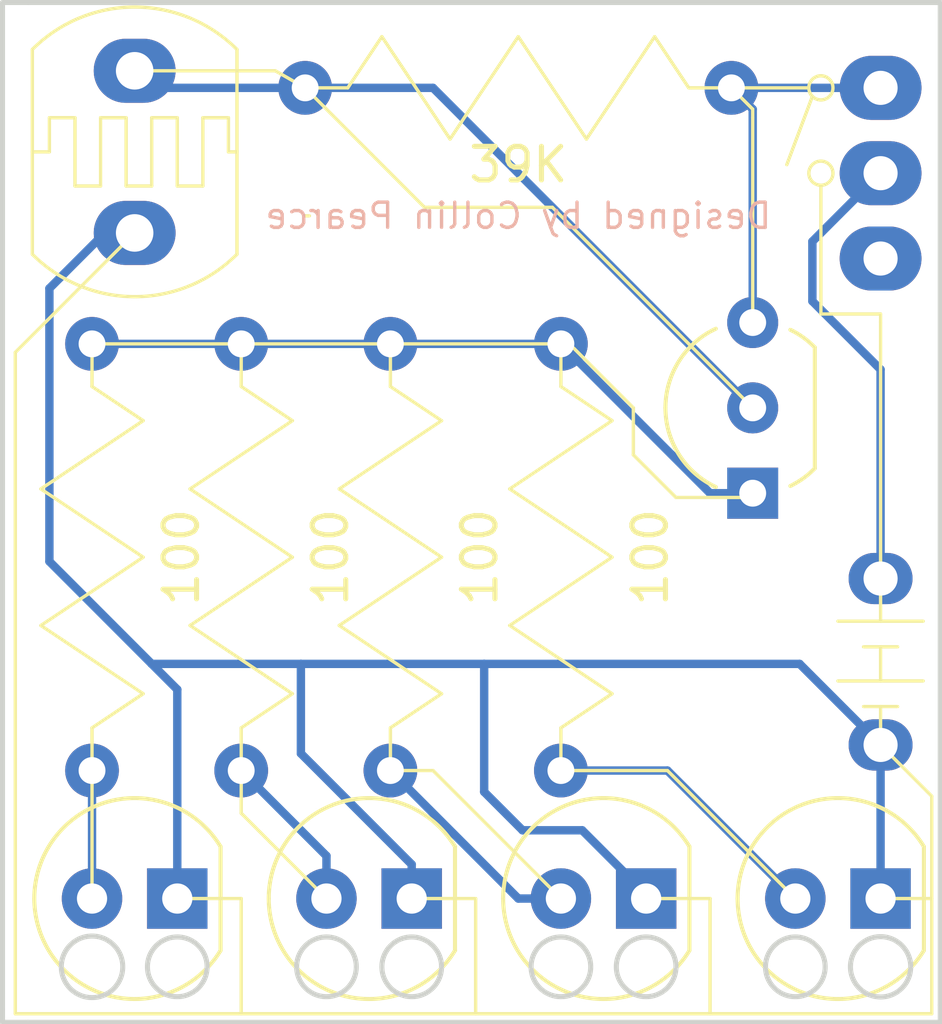
<source format=kicad_pcb>
(kicad_pcb (version 4) (host pcbnew 4.0.7)

  (general
    (links 18)
    (no_connects 0)
    (area 126.162999 107.874999 154.253001 138.378001)
    (thickness 1.6)
    (drawings 57)
    (tracks 43)
    (zones 0)
    (modules 13)
    (nets 10)
  )

  (page A4)
  (layers
    (0 F.Cu signal hide)
    (31 B.Cu signal)
    (32 B.Adhes user hide)
    (33 F.Adhes user hide)
    (34 B.Paste user hide)
    (35 F.Paste user hide)
    (36 B.SilkS user)
    (37 F.SilkS user hide)
    (38 B.Mask user hide)
    (39 F.Mask user hide)
    (40 Dwgs.User user hide)
    (41 Cmts.User user hide)
    (42 Eco1.User user hide)
    (43 Eco2.User user hide)
    (44 Edge.Cuts user)
    (45 Margin user hide)
    (46 B.CrtYd user hide)
    (47 F.CrtYd user hide)
    (48 B.Fab user hide)
    (49 F.Fab user hide)
  )

  (setup
    (last_trace_width 0.25)
    (user_trace_width 0.2)
    (trace_clearance 0.2)
    (zone_clearance 0.508)
    (zone_45_only no)
    (trace_min 0.2)
    (segment_width 0.1)
    (edge_width 0.15)
    (via_size 0.6)
    (via_drill 0.4)
    (via_min_size 0.4)
    (via_min_drill 0.3)
    (uvia_size 0.3)
    (uvia_drill 0.1)
    (uvias_allowed no)
    (uvia_min_size 0.2)
    (uvia_min_drill 0.1)
    (pcb_text_width 0.3)
    (pcb_text_size 1.5 1.5)
    (mod_edge_width 0.15)
    (mod_text_size 1 1)
    (mod_text_width 0.15)
    (pad_size 1.524 1.524)
    (pad_drill 0.762)
    (pad_to_mask_clearance 0.2)
    (aux_axis_origin 0 0)
    (visible_elements 7FFFFFFF)
    (pcbplotparams
      (layerselection 0x010f0_80000001)
      (usegerberextensions false)
      (excludeedgelayer true)
      (linewidth 0.100000)
      (plotframeref false)
      (viasonmask false)
      (mode 1)
      (useauxorigin false)
      (hpglpennumber 1)
      (hpglpenspeed 20)
      (hpglpendiameter 15)
      (hpglpenoverlay 2)
      (psnegative false)
      (psa4output false)
      (plotreference true)
      (plotvalue true)
      (plotinvisibletext false)
      (padsonsilk false)
      (subtractmaskfromsilk false)
      (outputformat 1)
      (mirror false)
      (drillshape 0)
      (scaleselection 1)
      (outputdirectory ""))
  )

  (net 0 "")
  (net 1 VCC)
  (net 2 GND)
  (net 3 "Net-(D1-Pad2)")
  (net 4 "Net-(D2-Pad2)")
  (net 5 "Net-(D3-Pad2)")
  (net 6 "Net-(Q1-Pad2)")
  (net 7 "Net-(Q1-Pad3)")
  (net 8 "Net-(Q1-Pad1)")
  (net 9 "Net-(D4-Pad2)")

  (net_class Default "This is the default net class."
    (clearance 0.2)
    (trace_width 0.25)
    (via_dia 0.6)
    (via_drill 0.4)
    (uvia_dia 0.3)
    (uvia_drill 0.1)
    (add_net GND)
    (add_net "Net-(D1-Pad2)")
    (add_net "Net-(D2-Pad2)")
    (add_net "Net-(D3-Pad2)")
    (add_net "Net-(D4-Pad2)")
    (add_net "Net-(Q1-Pad1)")
    (add_net "Net-(Q1-Pad2)")
    (add_net "Net-(Q1-Pad3)")
    (add_net VCC)
  )

  (module rocketlib:LED (layer F.Cu) (tedit 5AA88DA9) (tstamp 5AA88E8B)
    (at 131.445 134.62 180)
    (descr "LED, diameter 5.0mm, 2 pins, http://cdn-reichelt.de/documents/datenblatt/A500/LL-504BC2E-009.pdf")
    (tags "LED diameter 5.0mm 2 pins")
    (path /5A2080C9)
    (fp_text reference D2 (at 1.27 -3.96 180) (layer F.SilkS) hide
      (effects (font (size 1 1) (thickness 0.15)))
    )
    (fp_text value LED (at 1.27 3.96 180) (layer F.Fab)
      (effects (font (size 1 1) (thickness 0.15)))
    )
    (fp_arc (start 1.27 0) (end -1.23 -1.469694) (angle 299.1) (layer F.Fab) (width 0.1))
    (fp_arc (start 1.27 0) (end -1.29 -1.54483) (angle 148.9) (layer F.SilkS) (width 0.12))
    (fp_arc (start 1.27 0) (end -1.29 1.54483) (angle -148.9) (layer F.SilkS) (width 0.12))
    (fp_circle (center 1.27 0) (end 3.77 0) (layer F.Fab) (width 0.1))
    (fp_line (start -1.23 -1.469694) (end -1.23 1.469694) (layer F.Fab) (width 0.1))
    (fp_line (start -1.29 -1.545) (end -1.29 1.545) (layer F.SilkS) (width 0.12))
    (fp_line (start -1.95 -3.25) (end -1.95 3.25) (layer F.CrtYd) (width 0.05))
    (fp_line (start -1.95 3.25) (end 4.5 3.25) (layer F.CrtYd) (width 0.05))
    (fp_line (start 4.5 3.25) (end 4.5 -3.25) (layer F.CrtYd) (width 0.05))
    (fp_line (start 4.5 -3.25) (end -1.95 -3.25) (layer F.CrtYd) (width 0.05))
    (fp_text user %R (at 1.25 0 180) (layer F.Fab)
      (effects (font (size 0.8 0.8) (thickness 0.2)))
    )
    (pad 1 thru_hole rect (at 0 0 180) (size 1.8 1.8) (drill 0.9) (layers *.Cu *.Mask)
      (net 2 GND))
    (pad 2 thru_hole circle (at 2.54 0 180) (size 1.8 1.8) (drill 0.9) (layers *.Cu *.Mask)
      (net 4 "Net-(D2-Pad2)"))
    (model ${KISYS3DMOD}/LEDs.3dshapes/LED_D5.0mm.wrl
      (at (xyz 0 0 0))
      (scale (xyz 0.393701 0.393701 0.393701))
      (rotate (xyz 0 0 0))
    )
  )

  (module rocketlib:transistor (layer F.Cu) (tedit 5AA88F62) (tstamp 5AA88E9E)
    (at 148.59 122.555 90)
    (descr "TO-92 leads in-line, wide, drill 0.8mm (see NXP sot054_po.pdf)")
    (tags "to-92 sc-43 sc-43a sot54 PA33 transistor")
    (path /5A207F74)
    (fp_text reference Q1 (at 2.54 -3.56 90) (layer F.SilkS) hide
      (effects (font (size 1 1) (thickness 0.15)))
    )
    (fp_text value PN2222A (at 2.54 2.79 90) (layer F.Fab)
      (effects (font (size 1 1) (thickness 0.15)))
    )
    (fp_text user %R (at 2.5 -3.5 90) (layer F.Fab) hide
      (effects (font (size 1 1) (thickness 0.15)))
    )
    (fp_line (start 0.74 1.85) (end 4.34 1.85) (layer F.SilkS) (width 0.12))
    (fp_line (start 0.8 1.75) (end 4.3 1.75) (layer F.Fab) (width 0.1))
    (fp_line (start -1.01 -2.73) (end 6.09 -2.73) (layer F.CrtYd) (width 0.05))
    (fp_line (start -1.01 -2.73) (end -1.01 2.01) (layer F.CrtYd) (width 0.05))
    (fp_line (start 6.09 2.01) (end 6.09 -2.73) (layer F.CrtYd) (width 0.05))
    (fp_line (start 6.09 2.01) (end -1.01 2.01) (layer F.CrtYd) (width 0.05))
    (fp_arc (start 2.54 0) (end 0.74 1.85) (angle 20) (layer F.SilkS) (width 0.12))
    (fp_arc (start 2.54 0) (end 2.54 -2.6) (angle -65) (layer F.SilkS) (width 0.12))
    (fp_arc (start 2.54 0) (end 2.54 -2.6) (angle 65) (layer F.SilkS) (width 0.12))
    (fp_arc (start 2.54 0) (end 2.54 -2.48) (angle 135) (layer F.Fab) (width 0.1))
    (fp_arc (start 2.54 0) (end 2.54 -2.48) (angle -135) (layer F.Fab) (width 0.1))
    (fp_arc (start 2.54 0) (end 4.34 1.85) (angle -20) (layer F.SilkS) (width 0.12))
    (pad 2 thru_hole circle (at 2.54 0 180) (size 1.52 1.52) (drill 0.8) (layers *.Cu *.Mask)
      (net 6 "Net-(Q1-Pad2)"))
    (pad 3 thru_hole circle (at 5.08 0 180) (size 1.52 1.52) (drill 0.8) (layers *.Cu *.Mask)
      (net 7 "Net-(Q1-Pad3)"))
    (pad 1 thru_hole rect (at 0 0 180) (size 1.52 1.52) (drill 0.8) (layers *.Cu *.Mask)
      (net 8 "Net-(Q1-Pad1)"))
    (model ${KISYS3DMOD}/TO_SOT_Packages_THT.3dshapes/TO-92_Inline_Wide.wrl
      (at (xyz 0.1 0 0))
      (scale (xyz 1 1 1))
      (rotate (xyz 0 0 -90))
    )
  )

  (module rocketlib:resistor (layer F.Cu) (tedit 5AA89025) (tstamp 5AA82A05)
    (at 135.255 110.49)
    (descr "Resistor, Axial_DIN0309 series, Axial, Horizontal, pin pitch=12.7mm, 0.5W = 1/2W, length*diameter=9*3.2mm^2, http://cdn-reichelt.de/documents/datenblatt/B400/1_4W%23YAG.pdf")
    (tags "Resistor Axial_DIN0309 series Axial Horizontal pin pitch 12.7mm 0.5W = 1/2W length 9mm diameter 3.2mm")
    (path /5A207E97)
    (fp_text reference 39K (at 6.35 2.286) (layer F.SilkS)
      (effects (font (size 1 1) (thickness 0.15)))
    )
    (fp_text value R (at 6.35 2.66) (layer F.Fab)
      (effects (font (size 1 1) (thickness 0.15)))
    )
    (fp_line (start 12.446 0) (end 11.43 0) (layer F.SilkS) (width 0.1))
    (fp_line (start 11.43 0) (end 10.414 -1.524) (layer F.SilkS) (width 0.1))
    (fp_line (start 10.414 -1.524) (end 8.382 1.524) (layer F.SilkS) (width 0.1))
    (fp_line (start 8.382 1.524) (end 6.35 -1.524) (layer F.SilkS) (width 0.1))
    (fp_line (start 6.35 -1.524) (end 4.318 1.524) (layer F.SilkS) (width 0.1))
    (fp_line (start 4.318 1.524) (end 2.286 -1.524) (layer F.SilkS) (width 0.1))
    (fp_line (start 2.286 -1.524) (end 1.27 0) (layer F.SilkS) (width 0.1))
    (fp_line (start 1.27 0) (end -0.254 0) (layer F.SilkS) (width 0.1))
    (fp_line (start 1.596 -1.6) (end 1.596 1.6) (layer F.Fab) (width 0.1))
    (fp_line (start 1.596 1.6) (end 10.596 1.6) (layer F.Fab) (width 0.1))
    (fp_line (start 10.596 1.6) (end 10.596 -1.6) (layer F.Fab) (width 0.1))
    (fp_line (start 10.596 -1.6) (end 1.596 -1.6) (layer F.Fab) (width 0.1))
    (fp_line (start 0 0) (end 1.85 0) (layer F.Fab) (width 0.1))
    (fp_line (start 12.7 0) (end 10.85 0) (layer F.Fab) (width 0.1))
    (fp_line (start -1.05 -1.95) (end -1.05 1.95) (layer F.CrtYd) (width 0.05))
    (fp_line (start -1.05 1.95) (end 13.75 1.95) (layer F.CrtYd) (width 0.05))
    (fp_line (start 13.75 1.95) (end 13.75 -1.95) (layer F.CrtYd) (width 0.05))
    (fp_line (start 13.75 -1.95) (end -1.05 -1.95) (layer F.CrtYd) (width 0.05))
    (pad 1 thru_hole circle (at 0 0) (size 1.6 1.6) (drill 0.8) (layers *.Cu *.Mask)
      (net 6 "Net-(Q1-Pad2)"))
    (pad 2 thru_hole oval (at 12.7 0) (size 1.6 1.6) (drill 0.8) (layers *.Cu *.Mask)
      (net 7 "Net-(Q1-Pad3)"))
    (model ${KISYS3DMOD}/Resistors_THT.3dshapes/R_Axial_DIN0309_L9.0mm_D3.2mm_P12.70mm_Horizontal.wrl
      (at (xyz 0 0 0))
      (scale (xyz 0.393701 0.393701 0.393701))
      (rotate (xyz 0 0 0))
    )
  )

  (module rocketlib:Photoresistor (layer F.Cu) (tedit 5AA8257B) (tstamp 5AA82A20)
    (at 130.175 112.395 270)
    (path /5A207EF1)
    (fp_text reference R2 (at 0 4.572 270) (layer F.SilkS) hide
      (effects (font (size 1.2 1.2) (thickness 0.15)))
    )
    (fp_text value R_PHOTO (at 0 -4.572 270) (layer F.Fab)
      (effects (font (size 1.2 1.2) (thickness 0.15)))
    )
    (fp_line (start 0 3.048) (end 0 2.54) (layer F.SilkS) (width 0.1))
    (fp_line (start 0 2.54) (end -1.016 2.54) (layer F.SilkS) (width 0.1))
    (fp_line (start -1.016 2.54) (end -1.016 1.778) (layer F.SilkS) (width 0.1))
    (fp_line (start -1.016 1.778) (end 1.016 1.778) (layer F.SilkS) (width 0.1))
    (fp_line (start 1.016 1.778) (end 1.016 1.016) (layer F.SilkS) (width 0.1))
    (fp_line (start 1.016 1.016) (end -1.016 1.016) (layer F.SilkS) (width 0.1))
    (fp_line (start -1.016 1.016) (end -1.016 0.254) (layer F.SilkS) (width 0.1))
    (fp_line (start -1.016 0.254) (end 1.016 0.254) (layer F.SilkS) (width 0.1))
    (fp_line (start 1.016 0.254) (end 1.016 -0.508) (layer F.SilkS) (width 0.1))
    (fp_line (start 1.016 -0.508) (end -1.016 -0.508) (layer F.SilkS) (width 0.1))
    (fp_line (start -1.016 -0.508) (end -1.016 -1.27) (layer F.SilkS) (width 0.1))
    (fp_line (start -1.016 -1.27) (end 1.016 -1.27) (layer F.SilkS) (width 0.1))
    (fp_line (start 1.016 -1.27) (end 1.016 -2.032) (layer F.SilkS) (width 0.1))
    (fp_line (start 1.016 -2.032) (end -1.016 -2.032) (layer F.SilkS) (width 0.1))
    (fp_line (start -1.016 -2.032) (end -1.016 -2.794) (layer F.SilkS) (width 0.1))
    (fp_line (start -1.016 -2.794) (end 0 -2.794) (layer F.SilkS) (width 0.1))
    (fp_line (start 0 -2.794) (end 0 -3.048) (layer F.SilkS) (width 0.1))
    (fp_line (start -3.048 3.048) (end 3.048 3.048) (layer F.SilkS) (width 0.1))
    (fp_line (start 3.048 -3.048) (end -3.048 -3.048) (layer F.SilkS) (width 0.1))
    (fp_arc (start 0 0) (end -3.048 3.048) (angle 90) (layer F.SilkS) (width 0.1))
    (fp_arc (start 0 0) (end 3.048 -3.048) (angle 90) (layer F.SilkS) (width 0.1))
    (pad 1 thru_hole oval (at -2.413 0 270) (size 1.905 2.4384) (drill 1.1176) (layers *.Cu *.Mask)
      (net 6 "Net-(Q1-Pad2)"))
    (pad 2 thru_hole oval (at 2.413 0 270) (size 1.905 2.4384) (drill 1.1176) (layers *.Cu *.Mask)
      (net 2 GND))
  )

  (module rocketlib:resistor (layer F.Cu) (tedit 5AA8900C) (tstamp 5AA82A38)
    (at 133.35 118.11 270)
    (descr "Resistor, Axial_DIN0309 series, Axial, Horizontal, pin pitch=12.7mm, 0.5W = 1/2W, length*diameter=9*3.2mm^2, http://cdn-reichelt.de/documents/datenblatt/B400/1_4W%23YAG.pdf")
    (tags "Resistor Axial_DIN0309 series Axial Horizontal pin pitch 12.7mm 0.5W = 1/2W length 9mm diameter 3.2mm")
    (path /5A207D3D)
    (fp_text reference 100 (at 6.35 -2.66 270) (layer F.SilkS)
      (effects (font (size 1 1) (thickness 0.15)))
    )
    (fp_text value R (at 6.35 2.66 270) (layer F.Fab)
      (effects (font (size 1 1) (thickness 0.15)))
    )
    (fp_line (start 12.446 0) (end 11.43 0) (layer F.SilkS) (width 0.1))
    (fp_line (start 11.43 0) (end 10.414 -1.524) (layer F.SilkS) (width 0.1))
    (fp_line (start 10.414 -1.524) (end 8.382 1.524) (layer F.SilkS) (width 0.1))
    (fp_line (start 8.382 1.524) (end 6.35 -1.524) (layer F.SilkS) (width 0.1))
    (fp_line (start 6.35 -1.524) (end 4.318 1.524) (layer F.SilkS) (width 0.1))
    (fp_line (start 4.318 1.524) (end 2.286 -1.524) (layer F.SilkS) (width 0.1))
    (fp_line (start 2.286 -1.524) (end 1.27 0) (layer F.SilkS) (width 0.1))
    (fp_line (start 1.27 0) (end -0.254 0) (layer F.SilkS) (width 0.1))
    (fp_line (start 1.596 -1.6) (end 1.596 1.6) (layer F.Fab) (width 0.1))
    (fp_line (start 1.596 1.6) (end 10.596 1.6) (layer F.Fab) (width 0.1))
    (fp_line (start 10.596 1.6) (end 10.596 -1.6) (layer F.Fab) (width 0.1))
    (fp_line (start 10.596 -1.6) (end 1.596 -1.6) (layer F.Fab) (width 0.1))
    (fp_line (start 0 0) (end 1.85 0) (layer F.Fab) (width 0.1))
    (fp_line (start 12.7 0) (end 10.85 0) (layer F.Fab) (width 0.1))
    (fp_line (start -1.05 -1.95) (end -1.05 1.95) (layer F.CrtYd) (width 0.05))
    (fp_line (start -1.05 1.95) (end 13.75 1.95) (layer F.CrtYd) (width 0.05))
    (fp_line (start 13.75 1.95) (end 13.75 -1.95) (layer F.CrtYd) (width 0.05))
    (fp_line (start 13.75 -1.95) (end -1.05 -1.95) (layer F.CrtYd) (width 0.05))
    (pad 1 thru_hole circle (at 0 0 270) (size 1.6 1.6) (drill 0.8) (layers *.Cu *.Mask)
      (net 8 "Net-(Q1-Pad1)"))
    (pad 2 thru_hole oval (at 12.7 0 270) (size 1.6 1.6) (drill 0.8) (layers *.Cu *.Mask)
      (net 3 "Net-(D1-Pad2)"))
    (model ${KISYS3DMOD}/Resistors_THT.3dshapes/R_Axial_DIN0309_L9.0mm_D3.2mm_P12.70mm_Horizontal.wrl
      (at (xyz 0 0 0))
      (scale (xyz 0.393701 0.393701 0.393701))
      (rotate (xyz 0 0 0))
    )
  )

  (module rocketlib:resistor (layer F.Cu) (tedit 5AA89003) (tstamp 5AA82A50)
    (at 128.905 118.11 270)
    (descr "Resistor, Axial_DIN0309 series, Axial, Horizontal, pin pitch=12.7mm, 0.5W = 1/2W, length*diameter=9*3.2mm^2, http://cdn-reichelt.de/documents/datenblatt/B400/1_4W%23YAG.pdf")
    (tags "Resistor Axial_DIN0309 series Axial Horizontal pin pitch 12.7mm 0.5W = 1/2W length 9mm diameter 3.2mm")
    (path /5A207DCA)
    (fp_text reference 100 (at 6.35 -2.66 270) (layer F.SilkS)
      (effects (font (size 1 1) (thickness 0.15)))
    )
    (fp_text value R (at 6.35 2.66 270) (layer F.Fab)
      (effects (font (size 1 1) (thickness 0.15)))
    )
    (fp_line (start 12.446 0) (end 11.43 0) (layer F.SilkS) (width 0.1))
    (fp_line (start 11.43 0) (end 10.414 -1.524) (layer F.SilkS) (width 0.1))
    (fp_line (start 10.414 -1.524) (end 8.382 1.524) (layer F.SilkS) (width 0.1))
    (fp_line (start 8.382 1.524) (end 6.35 -1.524) (layer F.SilkS) (width 0.1))
    (fp_line (start 6.35 -1.524) (end 4.318 1.524) (layer F.SilkS) (width 0.1))
    (fp_line (start 4.318 1.524) (end 2.286 -1.524) (layer F.SilkS) (width 0.1))
    (fp_line (start 2.286 -1.524) (end 1.27 0) (layer F.SilkS) (width 0.1))
    (fp_line (start 1.27 0) (end -0.254 0) (layer F.SilkS) (width 0.1))
    (fp_line (start 1.596 -1.6) (end 1.596 1.6) (layer F.Fab) (width 0.1))
    (fp_line (start 1.596 1.6) (end 10.596 1.6) (layer F.Fab) (width 0.1))
    (fp_line (start 10.596 1.6) (end 10.596 -1.6) (layer F.Fab) (width 0.1))
    (fp_line (start 10.596 -1.6) (end 1.596 -1.6) (layer F.Fab) (width 0.1))
    (fp_line (start 0 0) (end 1.85 0) (layer F.Fab) (width 0.1))
    (fp_line (start 12.7 0) (end 10.85 0) (layer F.Fab) (width 0.1))
    (fp_line (start -1.05 -1.95) (end -1.05 1.95) (layer F.CrtYd) (width 0.05))
    (fp_line (start -1.05 1.95) (end 13.75 1.95) (layer F.CrtYd) (width 0.05))
    (fp_line (start 13.75 1.95) (end 13.75 -1.95) (layer F.CrtYd) (width 0.05))
    (fp_line (start 13.75 -1.95) (end -1.05 -1.95) (layer F.CrtYd) (width 0.05))
    (pad 1 thru_hole circle (at 0 0 270) (size 1.6 1.6) (drill 0.8) (layers *.Cu *.Mask)
      (net 8 "Net-(Q1-Pad1)"))
    (pad 2 thru_hole oval (at 12.7 0 270) (size 1.6 1.6) (drill 0.8) (layers *.Cu *.Mask)
      (net 4 "Net-(D2-Pad2)"))
    (model ${KISYS3DMOD}/Resistors_THT.3dshapes/R_Axial_DIN0309_L9.0mm_D3.2mm_P12.70mm_Horizontal.wrl
      (at (xyz 0 0 0))
      (scale (xyz 0.393701 0.393701 0.393701))
      (rotate (xyz 0 0 0))
    )
  )

  (module rocketlib:resistor (layer F.Cu) (tedit 5AA89013) (tstamp 5AA82A68)
    (at 137.795 118.11 270)
    (descr "Resistor, Axial_DIN0309 series, Axial, Horizontal, pin pitch=12.7mm, 0.5W = 1/2W, length*diameter=9*3.2mm^2, http://cdn-reichelt.de/documents/datenblatt/B400/1_4W%23YAG.pdf")
    (tags "Resistor Axial_DIN0309 series Axial Horizontal pin pitch 12.7mm 0.5W = 1/2W length 9mm diameter 3.2mm")
    (path /5A207DE3)
    (fp_text reference 100 (at 6.35 -2.66 270) (layer F.SilkS)
      (effects (font (size 1 1) (thickness 0.15)))
    )
    (fp_text value R (at 6.35 2.66 270) (layer F.Fab)
      (effects (font (size 1 1) (thickness 0.15)))
    )
    (fp_line (start 12.446 0) (end 11.43 0) (layer F.SilkS) (width 0.1))
    (fp_line (start 11.43 0) (end 10.414 -1.524) (layer F.SilkS) (width 0.1))
    (fp_line (start 10.414 -1.524) (end 8.382 1.524) (layer F.SilkS) (width 0.1))
    (fp_line (start 8.382 1.524) (end 6.35 -1.524) (layer F.SilkS) (width 0.1))
    (fp_line (start 6.35 -1.524) (end 4.318 1.524) (layer F.SilkS) (width 0.1))
    (fp_line (start 4.318 1.524) (end 2.286 -1.524) (layer F.SilkS) (width 0.1))
    (fp_line (start 2.286 -1.524) (end 1.27 0) (layer F.SilkS) (width 0.1))
    (fp_line (start 1.27 0) (end -0.254 0) (layer F.SilkS) (width 0.1))
    (fp_line (start 1.596 -1.6) (end 1.596 1.6) (layer F.Fab) (width 0.1))
    (fp_line (start 1.596 1.6) (end 10.596 1.6) (layer F.Fab) (width 0.1))
    (fp_line (start 10.596 1.6) (end 10.596 -1.6) (layer F.Fab) (width 0.1))
    (fp_line (start 10.596 -1.6) (end 1.596 -1.6) (layer F.Fab) (width 0.1))
    (fp_line (start 0 0) (end 1.85 0) (layer F.Fab) (width 0.1))
    (fp_line (start 12.7 0) (end 10.85 0) (layer F.Fab) (width 0.1))
    (fp_line (start -1.05 -1.95) (end -1.05 1.95) (layer F.CrtYd) (width 0.05))
    (fp_line (start -1.05 1.95) (end 13.75 1.95) (layer F.CrtYd) (width 0.05))
    (fp_line (start 13.75 1.95) (end 13.75 -1.95) (layer F.CrtYd) (width 0.05))
    (fp_line (start 13.75 -1.95) (end -1.05 -1.95) (layer F.CrtYd) (width 0.05))
    (pad 1 thru_hole circle (at 0 0 270) (size 1.6 1.6) (drill 0.8) (layers *.Cu *.Mask)
      (net 8 "Net-(Q1-Pad1)"))
    (pad 2 thru_hole oval (at 12.7 0 270) (size 1.6 1.6) (drill 0.8) (layers *.Cu *.Mask)
      (net 5 "Net-(D3-Pad2)"))
    (model ${KISYS3DMOD}/Resistors_THT.3dshapes/R_Axial_DIN0309_L9.0mm_D3.2mm_P12.70mm_Horizontal.wrl
      (at (xyz 0 0 0))
      (scale (xyz 0.393701 0.393701 0.393701))
      (rotate (xyz 0 0 0))
    )
  )

  (module rocketlib:resistor (layer F.Cu) (tedit 5AA89018) (tstamp 5AA82A80)
    (at 142.875 118.11 270)
    (descr "Resistor, Axial_DIN0309 series, Axial, Horizontal, pin pitch=12.7mm, 0.5W = 1/2W, length*diameter=9*3.2mm^2, http://cdn-reichelt.de/documents/datenblatt/B400/1_4W%23YAG.pdf")
    (tags "Resistor Axial_DIN0309 series Axial Horizontal pin pitch 12.7mm 0.5W = 1/2W length 9mm diameter 3.2mm")
    (path /5AA815A9)
    (fp_text reference 100 (at 6.35 -2.66 270) (layer F.SilkS)
      (effects (font (size 1 1) (thickness 0.15)))
    )
    (fp_text value R (at 6.35 2.66 270) (layer F.Fab)
      (effects (font (size 1 1) (thickness 0.15)))
    )
    (fp_line (start 12.446 0) (end 11.43 0) (layer F.SilkS) (width 0.1))
    (fp_line (start 11.43 0) (end 10.414 -1.524) (layer F.SilkS) (width 0.1))
    (fp_line (start 10.414 -1.524) (end 8.382 1.524) (layer F.SilkS) (width 0.1))
    (fp_line (start 8.382 1.524) (end 6.35 -1.524) (layer F.SilkS) (width 0.1))
    (fp_line (start 6.35 -1.524) (end 4.318 1.524) (layer F.SilkS) (width 0.1))
    (fp_line (start 4.318 1.524) (end 2.286 -1.524) (layer F.SilkS) (width 0.1))
    (fp_line (start 2.286 -1.524) (end 1.27 0) (layer F.SilkS) (width 0.1))
    (fp_line (start 1.27 0) (end -0.254 0) (layer F.SilkS) (width 0.1))
    (fp_line (start 1.596 -1.6) (end 1.596 1.6) (layer F.Fab) (width 0.1))
    (fp_line (start 1.596 1.6) (end 10.596 1.6) (layer F.Fab) (width 0.1))
    (fp_line (start 10.596 1.6) (end 10.596 -1.6) (layer F.Fab) (width 0.1))
    (fp_line (start 10.596 -1.6) (end 1.596 -1.6) (layer F.Fab) (width 0.1))
    (fp_line (start 0 0) (end 1.85 0) (layer F.Fab) (width 0.1))
    (fp_line (start 12.7 0) (end 10.85 0) (layer F.Fab) (width 0.1))
    (fp_line (start -1.05 -1.95) (end -1.05 1.95) (layer F.CrtYd) (width 0.05))
    (fp_line (start -1.05 1.95) (end 13.75 1.95) (layer F.CrtYd) (width 0.05))
    (fp_line (start 13.75 1.95) (end 13.75 -1.95) (layer F.CrtYd) (width 0.05))
    (fp_line (start 13.75 -1.95) (end -1.05 -1.95) (layer F.CrtYd) (width 0.05))
    (pad 1 thru_hole circle (at 0 0 270) (size 1.6 1.6) (drill 0.8) (layers *.Cu *.Mask)
      (net 8 "Net-(Q1-Pad1)"))
    (pad 2 thru_hole oval (at 12.7 0 270) (size 1.6 1.6) (drill 0.8) (layers *.Cu *.Mask)
      (net 9 "Net-(D4-Pad2)"))
    (model ${KISYS3DMOD}/Resistors_THT.3dshapes/R_Axial_DIN0309_L9.0mm_D3.2mm_P12.70mm_Horizontal.wrl
      (at (xyz 0 0 0))
      (scale (xyz 0.393701 0.393701 0.393701))
      (rotate (xyz 0 0 0))
    )
  )

  (module rocketlib:Switch (layer F.Cu) (tedit 5AA82314) (tstamp 5AA82A8A)
    (at 152.4 113.03 270)
    (path /5A208137)
    (fp_text reference SW1 (at 0 5.588 270) (layer F.SilkS) hide
      (effects (font (size 1.2 1.2) (thickness 0.15)))
    )
    (fp_text value SW_SPST (at 0 -2.286 270) (layer F.Fab)
      (effects (font (size 1.2 1.2) (thickness 0.15)))
    )
    (fp_line (start -2.286 2.032) (end -0.254 2.794) (layer F.SilkS) (width 0.1))
    (fp_circle (center -2.54 1.778) (end -2.286 2.032) (layer F.SilkS) (width 0.1))
    (fp_circle (center 0 1.778) (end 0.254 2.032) (layer F.SilkS) (width 0.1))
    (pad 1 thru_hole oval (at -2.54 0 270) (size 1.905 2.4384) (drill 1.016) (layers *.Cu *.Mask)
      (net 7 "Net-(Q1-Pad3)"))
    (pad 2 thru_hole oval (at 0 0 270) (size 1.905 2.4384) (drill 1.016) (layers *.Cu *.Mask)
      (net 1 VCC))
    (pad 3 thru_hole oval (at 2.54 0 270) (size 1.905 2.4384) (drill 1.016) (layers *.Cu *.Mask))
  )

  (module rocketlib:Battery (layer F.Cu) (tedit 5AA8486F) (tstamp 5AA849F6)
    (at 152.4 127.635 270)
    (path /5A2081AE)
    (fp_text reference BT1 (at 0 2.6525 270) (layer F.SilkS) hide
      (effects (font (size 1.2 1.2) (thickness 0.15)))
    )
    (fp_text value Battery (at 0 -2.6525 270) (layer F.Fab)
      (effects (font (size 1.2 1.2) (thickness 0.15)))
    )
    (fp_line (start 0.508 0) (end -0.508 0) (layer F.SilkS) (width 0.1))
    (fp_line (start 1.27 0) (end 2.794 0) (layer F.SilkS) (width 0.1))
    (fp_line (start 1.27 -0.508) (end 1.27 0.508) (layer F.SilkS) (width 0.1))
    (fp_line (start 0.508 -1.27) (end 0.508 1.27) (layer F.SilkS) (width 0.1))
    (fp_line (start -0.508 -0.508) (end -0.508 0.508) (layer F.SilkS) (width 0.1))
    (fp_line (start -1.27 -1.27) (end -1.27 1.27) (layer F.SilkS) (width 0.1))
    (fp_line (start -3.048 0) (end -1.27 0) (layer F.SilkS) (width 0.1))
    (pad 1 thru_hole oval (at -2.54 0 270) (size 1.524 1.905) (drill 1.016) (layers *.Cu *.Mask)
      (net 1 VCC))
    (pad 2 thru_hole oval (at 2.413 0 270) (size 1.524 1.905) (drill 1.016) (layers *.Cu *.Mask)
      (net 2 GND))
  )

  (module rocketlib:LED (layer F.Cu) (tedit 5AA88DA9) (tstamp 5AA88E85)
    (at 138.43 134.62 180)
    (descr "LED, diameter 5.0mm, 2 pins, http://cdn-reichelt.de/documents/datenblatt/A500/LL-504BC2E-009.pdf")
    (tags "LED diameter 5.0mm 2 pins")
    (path /5A208076)
    (fp_text reference D1 (at 1.27 -3.96 180) (layer F.SilkS) hide
      (effects (font (size 1 1) (thickness 0.15)))
    )
    (fp_text value LED (at 1.27 3.96 180) (layer F.Fab)
      (effects (font (size 1 1) (thickness 0.15)))
    )
    (fp_arc (start 1.27 0) (end -1.23 -1.469694) (angle 299.1) (layer F.Fab) (width 0.1))
    (fp_arc (start 1.27 0) (end -1.29 -1.54483) (angle 148.9) (layer F.SilkS) (width 0.12))
    (fp_arc (start 1.27 0) (end -1.29 1.54483) (angle -148.9) (layer F.SilkS) (width 0.12))
    (fp_circle (center 1.27 0) (end 3.77 0) (layer F.Fab) (width 0.1))
    (fp_line (start -1.23 -1.469694) (end -1.23 1.469694) (layer F.Fab) (width 0.1))
    (fp_line (start -1.29 -1.545) (end -1.29 1.545) (layer F.SilkS) (width 0.12))
    (fp_line (start -1.95 -3.25) (end -1.95 3.25) (layer F.CrtYd) (width 0.05))
    (fp_line (start -1.95 3.25) (end 4.5 3.25) (layer F.CrtYd) (width 0.05))
    (fp_line (start 4.5 3.25) (end 4.5 -3.25) (layer F.CrtYd) (width 0.05))
    (fp_line (start 4.5 -3.25) (end -1.95 -3.25) (layer F.CrtYd) (width 0.05))
    (fp_text user %R (at 1.25 0 180) (layer F.Fab)
      (effects (font (size 0.8 0.8) (thickness 0.2)))
    )
    (pad 1 thru_hole rect (at 0 0 180) (size 1.8 1.8) (drill 0.9) (layers *.Cu *.Mask)
      (net 2 GND))
    (pad 2 thru_hole circle (at 2.54 0 180) (size 1.8 1.8) (drill 0.9) (layers *.Cu *.Mask)
      (net 3 "Net-(D1-Pad2)"))
    (model ${KISYS3DMOD}/LEDs.3dshapes/LED_D5.0mm.wrl
      (at (xyz 0 0 0))
      (scale (xyz 0.393701 0.393701 0.393701))
      (rotate (xyz 0 0 0))
    )
  )

  (module rocketlib:LED (layer F.Cu) (tedit 5AA88DA9) (tstamp 5AA88E91)
    (at 145.415 134.62 180)
    (descr "LED, diameter 5.0mm, 2 pins, http://cdn-reichelt.de/documents/datenblatt/A500/LL-504BC2E-009.pdf")
    (tags "LED diameter 5.0mm 2 pins")
    (path /5A2080FC)
    (fp_text reference D3 (at 1.27 -3.96 180) (layer F.SilkS) hide
      (effects (font (size 1 1) (thickness 0.15)))
    )
    (fp_text value LED (at 1.27 3.96 180) (layer F.Fab)
      (effects (font (size 1 1) (thickness 0.15)))
    )
    (fp_arc (start 1.27 0) (end -1.23 -1.469694) (angle 299.1) (layer F.Fab) (width 0.1))
    (fp_arc (start 1.27 0) (end -1.29 -1.54483) (angle 148.9) (layer F.SilkS) (width 0.12))
    (fp_arc (start 1.27 0) (end -1.29 1.54483) (angle -148.9) (layer F.SilkS) (width 0.12))
    (fp_circle (center 1.27 0) (end 3.77 0) (layer F.Fab) (width 0.1))
    (fp_line (start -1.23 -1.469694) (end -1.23 1.469694) (layer F.Fab) (width 0.1))
    (fp_line (start -1.29 -1.545) (end -1.29 1.545) (layer F.SilkS) (width 0.12))
    (fp_line (start -1.95 -3.25) (end -1.95 3.25) (layer F.CrtYd) (width 0.05))
    (fp_line (start -1.95 3.25) (end 4.5 3.25) (layer F.CrtYd) (width 0.05))
    (fp_line (start 4.5 3.25) (end 4.5 -3.25) (layer F.CrtYd) (width 0.05))
    (fp_line (start 4.5 -3.25) (end -1.95 -3.25) (layer F.CrtYd) (width 0.05))
    (fp_text user %R (at 1.25 0 180) (layer F.Fab)
      (effects (font (size 0.8 0.8) (thickness 0.2)))
    )
    (pad 1 thru_hole rect (at 0 0 180) (size 1.8 1.8) (drill 0.9) (layers *.Cu *.Mask)
      (net 2 GND))
    (pad 2 thru_hole circle (at 2.54 0 180) (size 1.8 1.8) (drill 0.9) (layers *.Cu *.Mask)
      (net 5 "Net-(D3-Pad2)"))
    (model ${KISYS3DMOD}/LEDs.3dshapes/LED_D5.0mm.wrl
      (at (xyz 0 0 0))
      (scale (xyz 0.393701 0.393701 0.393701))
      (rotate (xyz 0 0 0))
    )
  )

  (module rocketlib:LED (layer F.Cu) (tedit 5AA88DA9) (tstamp 5AA88E97)
    (at 152.4 134.62 180)
    (descr "LED, diameter 5.0mm, 2 pins, http://cdn-reichelt.de/documents/datenblatt/A500/LL-504BC2E-009.pdf")
    (tags "LED diameter 5.0mm 2 pins")
    (path /5AA815AF)
    (fp_text reference D4 (at 1.27 -3.96 180) (layer F.SilkS) hide
      (effects (font (size 1 1) (thickness 0.15)))
    )
    (fp_text value LED (at 1.27 3.96 180) (layer F.Fab)
      (effects (font (size 1 1) (thickness 0.15)))
    )
    (fp_arc (start 1.27 0) (end -1.23 -1.469694) (angle 299.1) (layer F.Fab) (width 0.1))
    (fp_arc (start 1.27 0) (end -1.29 -1.54483) (angle 148.9) (layer F.SilkS) (width 0.12))
    (fp_arc (start 1.27 0) (end -1.29 1.54483) (angle -148.9) (layer F.SilkS) (width 0.12))
    (fp_circle (center 1.27 0) (end 3.77 0) (layer F.Fab) (width 0.1))
    (fp_line (start -1.23 -1.469694) (end -1.23 1.469694) (layer F.Fab) (width 0.1))
    (fp_line (start -1.29 -1.545) (end -1.29 1.545) (layer F.SilkS) (width 0.12))
    (fp_line (start -1.95 -3.25) (end -1.95 3.25) (layer F.CrtYd) (width 0.05))
    (fp_line (start -1.95 3.25) (end 4.5 3.25) (layer F.CrtYd) (width 0.05))
    (fp_line (start 4.5 3.25) (end 4.5 -3.25) (layer F.CrtYd) (width 0.05))
    (fp_line (start 4.5 -3.25) (end -1.95 -3.25) (layer F.CrtYd) (width 0.05))
    (fp_text user %R (at 1.25 0 180) (layer F.Fab)
      (effects (font (size 0.8 0.8) (thickness 0.2)))
    )
    (pad 1 thru_hole rect (at 0 0 180) (size 1.8 1.8) (drill 0.9) (layers *.Cu *.Mask)
      (net 2 GND))
    (pad 2 thru_hole circle (at 2.54 0 180) (size 1.8 1.8) (drill 0.9) (layers *.Cu *.Mask)
      (net 9 "Net-(D4-Pad2)"))
    (model ${KISYS3DMOD}/LEDs.3dshapes/LED_D5.0mm.wrl
      (at (xyz 0 0 0))
      (scale (xyz 0.393701 0.393701 0.393701))
      (rotate (xyz 0 0 0))
    )
  )

  (gr_text "Designed by Collin Pearce" (at 141.605 114.3) (layer B.SilkS)
    (effects (font (size 0.75 0.75) (thickness 0.1)) (justify mirror))
  )
  (gr_line (start 126.238 107.95) (end 127 107.95) (angle 90) (layer Edge.Cuts) (width 0.15))
  (gr_line (start 126.238 108.077) (end 126.238 107.95) (angle 90) (layer Edge.Cuts) (width 0.15))
  (gr_line (start 126.238 138.303) (end 127 138.303) (angle 90) (layer Edge.Cuts) (width 0.15))
  (gr_line (start 126.238 137.922) (end 126.238 138.303) (angle 90) (layer Edge.Cuts) (width 0.15))
  (gr_line (start 154.178 138.303) (end 154.178 137.795) (angle 90) (layer Edge.Cuts) (width 0.15))
  (gr_line (start 133.35 134.62) (end 133.35 138.049) (angle 90) (layer F.SilkS) (width 0.1))
  (gr_line (start 131.445 134.62) (end 133.35 134.62) (angle 90) (layer F.SilkS) (width 0.1))
  (gr_line (start 140.335 134.62) (end 140.335 138.049) (angle 90) (layer F.SilkS) (width 0.1))
  (gr_line (start 138.43 134.62) (end 140.335 134.62) (angle 90) (layer F.SilkS) (width 0.1))
  (gr_line (start 147.32 134.62) (end 147.32 138.049) (angle 90) (layer F.SilkS) (width 0.1))
  (gr_line (start 145.415 134.62) (end 147.32 134.62) (angle 90) (layer F.SilkS) (width 0.1))
  (gr_line (start 152.4 134.62) (end 153.924 134.62) (angle 90) (layer F.SilkS) (width 0.1))
  (gr_line (start 153.924 131.572) (end 153.924 138.049) (angle 90) (layer F.SilkS) (width 0.1))
  (gr_line (start 152.4 130.048) (end 153.924 131.572) (angle 90) (layer F.SilkS) (width 0.1))
  (gr_line (start 153.924 138.049) (end 126.619 138.049) (angle 90) (layer F.SilkS) (width 0.1))
  (gr_line (start 126.619 118.364) (end 126.619 138.049) (angle 90) (layer F.SilkS) (width 0.1))
  (gr_line (start 130.175 114.808) (end 126.619 118.364) (angle 90) (layer F.SilkS) (width 0.1))
  (gr_line (start 134.366 109.982) (end 135.255 110.49) (angle 90) (layer F.SilkS) (width 0.1))
  (gr_line (start 133.35 132.08) (end 133.35 130.81) (angle 90) (layer F.SilkS) (width 0.1))
  (gr_line (start 135.89 134.62) (end 133.35 132.08) (angle 90) (layer F.SilkS) (width 0.1))
  (gr_line (start 139.065 130.81) (end 137.795 130.81) (angle 90) (layer F.SilkS) (width 0.1))
  (gr_line (start 142.875 134.62) (end 139.065 130.81) (angle 90) (layer F.SilkS) (width 0.1))
  (gr_line (start 146.05 130.81) (end 142.875 130.81) (angle 90) (layer F.SilkS) (width 0.1))
  (gr_line (start 149.86 134.62) (end 146.05 130.81) (angle 90) (layer F.SilkS) (width 0.1))
  (gr_line (start 130.302 109.982) (end 134.366 109.982) (angle 90) (layer F.SilkS) (width 0.1))
  (gr_line (start 145.034 120.015) (end 143.256 118.237) (angle 90) (layer F.SilkS) (width 0.1))
  (gr_line (start 145.034 121.412) (end 145.034 120.015) (angle 90) (layer F.SilkS) (width 0.1))
  (gr_line (start 146.304 122.682) (end 145.034 121.412) (angle 90) (layer F.SilkS) (width 0.1))
  (gr_line (start 148.59 122.682) (end 146.304 122.682) (angle 90) (layer F.SilkS) (width 0.1))
  (gr_line (start 148.59 111.125) (end 147.955 110.49) (angle 90) (layer F.SilkS) (width 0.1))
  (gr_line (start 148.59 111.379) (end 148.59 111.125) (angle 90) (layer F.SilkS) (width 0.1))
  (gr_line (start 148.59 117.475) (end 148.59 111.379) (angle 90) (layer F.SilkS) (width 0.1))
  (gr_line (start 138.811 114.046) (end 138.938 114.046) (angle 90) (layer F.SilkS) (width 0.1))
  (gr_line (start 135.255 110.49) (end 138.811 114.046) (angle 90) (layer F.SilkS) (width 0.1))
  (gr_line (start 142.621 114.046) (end 138.938 114.046) (angle 90) (layer F.SilkS) (width 0.1))
  (gr_line (start 148.59 120.015) (end 142.621 114.046) (angle 90) (layer F.SilkS) (width 0.1))
  (gr_line (start 128.905 130.81) (end 128.905 134.62) (angle 90) (layer F.SilkS) (width 0.1))
  (gr_line (start 135.382 114.3) (end 135.255 114.3) (angle 90) (layer F.SilkS) (width 0.1))
  (gr_line (start 128.905 118.11) (end 142.875 118.11) (angle 90) (layer F.SilkS) (width 0.1))
  (gr_line (start 150.241 110.49) (end 147.955 110.49) (angle 90) (layer F.SilkS) (width 0.1))
  (gr_line (start 152.4 117.221) (end 152.4 117.475) (angle 90) (layer F.SilkS) (width 0.1))
  (gr_line (start 150.622 117.221) (end 152.4 117.221) (angle 90) (layer F.SilkS) (width 0.1))
  (gr_line (start 150.622 113.411) (end 150.622 117.221) (angle 90) (layer F.SilkS) (width 0.1))
  (gr_line (start 152.4 125.095) (end 152.4 117.475) (angle 90) (layer F.SilkS) (width 0.1))
  (gr_circle (center 152.4 136.652) (end 152.527 135.763) (layer Edge.Cuts) (width 0.15))
  (gr_circle (center 149.86 136.652) (end 149.86 135.763) (layer Edge.Cuts) (width 0.15))
  (gr_circle (center 145.415 136.652) (end 145.415 135.763) (layer Edge.Cuts) (width 0.15))
  (gr_circle (center 142.875 136.652) (end 142.875 135.763) (layer Edge.Cuts) (width 0.15))
  (gr_circle (center 138.43 136.652) (end 138.43 135.763) (layer Edge.Cuts) (width 0.15))
  (gr_circle (center 135.89 136.652) (end 135.89 135.763) (layer Edge.Cuts) (width 0.15))
  (gr_circle (center 131.445 136.652) (end 131.445 135.763) (layer Edge.Cuts) (width 0.15))
  (gr_circle (center 128.905 136.652) (end 129.667 136.144) (layer Edge.Cuts) (width 0.15))
  (gr_line (start 154.178 107.95) (end 127 107.95) (angle 90) (layer Edge.Cuts) (width 0.15))
  (gr_line (start 154.178 137.795) (end 154.178 107.95) (angle 90) (layer Edge.Cuts) (width 0.15))
  (gr_line (start 127 138.303) (end 154.178 138.303) (angle 90) (layer Edge.Cuts) (width 0.15))
  (gr_line (start 126.238 137.922) (end 126.238 108.077) (angle 90) (layer Edge.Cuts) (width 0.15))

  (segment (start 152.4 125.095) (end 152.4 118.872) (width 0.25) (layer B.Cu) (net 1))
  (segment (start 150.368 115.062) (end 152.4 113.03) (width 0.25) (layer B.Cu) (net 1) (tstamp 5AA9E6C8))
  (segment (start 150.368 116.84) (end 150.368 115.062) (width 0.25) (layer B.Cu) (net 1) (tstamp 5AA9E6C6))
  (segment (start 152.4 118.872) (end 150.368 116.84) (width 0.25) (layer B.Cu) (net 1) (tstamp 5AA9E6C4))
  (segment (start 138.43 134.62) (end 138.43 133.604) (width 0.25) (layer B.Cu) (net 2))
  (segment (start 135.128 130.302) (end 135.128 127.635) (width 0.25) (layer B.Cu) (net 2) (tstamp 5AA9E937))
  (segment (start 138.43 133.604) (end 135.128 130.302) (width 0.25) (layer B.Cu) (net 2) (tstamp 5AA9E935))
  (segment (start 131.445 134.62) (end 131.445 128.397) (width 0.25) (layer B.Cu) (net 2))
  (segment (start 131.445 128.397) (end 130.683 127.635) (width 0.25) (layer B.Cu) (net 2) (tstamp 5AA9E929))
  (segment (start 138.43 134.62) (end 138.43 134.366) (width 0.25) (layer B.Cu) (net 2))
  (segment (start 145.415 134.62) (end 145.415 134.493) (width 0.25) (layer B.Cu) (net 2))
  (segment (start 145.415 134.493) (end 143.51 132.588) (width 0.25) (layer B.Cu) (net 2) (tstamp 5AA9E90D))
  (segment (start 143.51 132.588) (end 141.732 132.588) (width 0.25) (layer B.Cu) (net 2) (tstamp 5AA9E90E))
  (segment (start 141.732 132.588) (end 140.589 131.445) (width 0.25) (layer B.Cu) (net 2) (tstamp 5AA9E910))
  (segment (start 140.589 131.445) (end 140.589 127.635) (width 0.25) (layer B.Cu) (net 2) (tstamp 5AA9E912))
  (segment (start 152.4 134.62) (end 152.4 130.048) (width 0.25) (layer B.Cu) (net 2))
  (segment (start 130.175 114.808) (end 129.286 114.808) (width 0.25) (layer B.Cu) (net 2))
  (segment (start 129.286 114.808) (end 127.635 116.459) (width 0.25) (layer B.Cu) (net 2) (tstamp 5AA9E6E0))
  (segment (start 127.635 116.459) (end 127.635 124.587) (width 0.25) (layer B.Cu) (net 2) (tstamp 5AA9E6E1))
  (segment (start 127.635 124.587) (end 130.683 127.635) (width 0.25) (layer B.Cu) (net 2) (tstamp 5AA9E6E3))
  (segment (start 130.683 127.635) (end 135.128 127.635) (width 0.25) (layer B.Cu) (net 2) (tstamp 5AA9E6E5))
  (segment (start 135.128 127.635) (end 140.589 127.635) (width 0.25) (layer B.Cu) (net 2) (tstamp 5AA9E93B))
  (segment (start 140.589 127.635) (end 149.987 127.635) (width 0.25) (layer B.Cu) (net 2) (tstamp 5AA9E916))
  (segment (start 149.987 127.635) (end 152.4 130.048) (width 0.25) (layer B.Cu) (net 2) (tstamp 5AA9E6E7))
  (segment (start 135.89 134.62) (end 135.89 133.35) (width 0.25) (layer B.Cu) (net 3))
  (segment (start 135.89 133.35) (end 133.35 130.81) (width 0.25) (layer B.Cu) (net 3) (tstamp 5AA9E925))
  (segment (start 128.905 134.62) (end 128.905 130.81) (width 0.25) (layer B.Cu) (net 4))
  (segment (start 142.875 134.62) (end 141.605 134.62) (width 0.25) (layer B.Cu) (net 5))
  (segment (start 141.605 134.62) (end 137.795 130.81) (width 0.25) (layer B.Cu) (net 5) (tstamp 5AA9E91C))
  (segment (start 135.255 110.49) (end 139.065 110.49) (width 0.25) (layer B.Cu) (net 6))
  (segment (start 139.065 110.49) (end 148.59 120.015) (width 0.25) (layer B.Cu) (net 6) (tstamp 5AA9E6D2))
  (segment (start 135.255 110.49) (end 130.683 110.49) (width 0.25) (layer B.Cu) (net 6))
  (segment (start 130.683 110.49) (end 130.175 109.982) (width 0.25) (layer B.Cu) (net 6) (tstamp 5AA9E6CF))
  (segment (start 148.59 117.475) (end 148.59 111.125) (width 0.25) (layer B.Cu) (net 7))
  (segment (start 148.59 111.125) (end 147.955 110.49) (width 0.25) (layer B.Cu) (net 7) (tstamp 5AA9E6CC))
  (segment (start 152.4 110.49) (end 147.955 110.49) (width 0.25) (layer B.Cu) (net 7))
  (segment (start 128.905 118.11) (end 133.35 118.11) (width 0.25) (layer B.Cu) (net 8))
  (segment (start 137.795 118.11) (end 133.35 118.11) (width 0.25) (layer B.Cu) (net 8))
  (segment (start 142.875 118.11) (end 137.795 118.11) (width 0.25) (layer B.Cu) (net 8))
  (segment (start 148.59 122.555) (end 147.32 122.555) (width 0.25) (layer B.Cu) (net 8))
  (segment (start 147.32 122.555) (end 142.875 118.11) (width 0.25) (layer B.Cu) (net 8) (tstamp 5AA9E6D6))
  (segment (start 142.875 130.81) (end 146.05 130.81) (width 0.25) (layer B.Cu) (net 9))
  (segment (start 146.05 130.81) (end 149.86 134.62) (width 0.25) (layer B.Cu) (net 9) (tstamp 5AA9E918))

)

</source>
